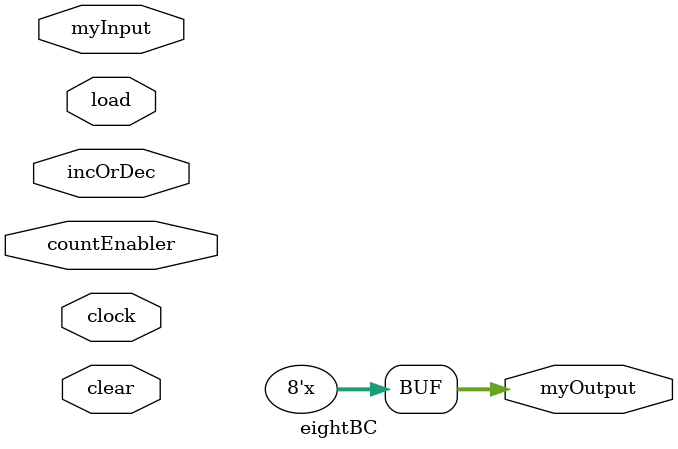
<source format=v>
module eightBC(myInput, clear, load, clock, incOrDec, countEnabler, myOutput);
 
	input[7:0] myInput;
	input clear, load, clock, incOrDec, countEnabler;
	output reg[7:0] myOutput;
	reg[7:0] memory = 8'b00000000;
	
	
	always @ (clock)
	//starting
	begin
	if(clear == 1)
	//memory initialize
	memory = 8'b00000000;
	else if(clear == 0)
	begin
	if(load == 1)
	myOutput = memory;
	else if(load == 0)
	begin
	if(countEnabler == 0)
    memory = myInput;
	else if(countEnabler == 1)
	begin
	if(incOrDec == 0)
	//if it doesnt run well at this part use 8'b00000001
	//memory += memory but here gives error so use this
	memory=memory+1;
	else if(incOrDec == 1)
	//like previous problem
	memory=memory-1;
	end
	 end
	  end			
	   end
	
 endmodule

</source>
